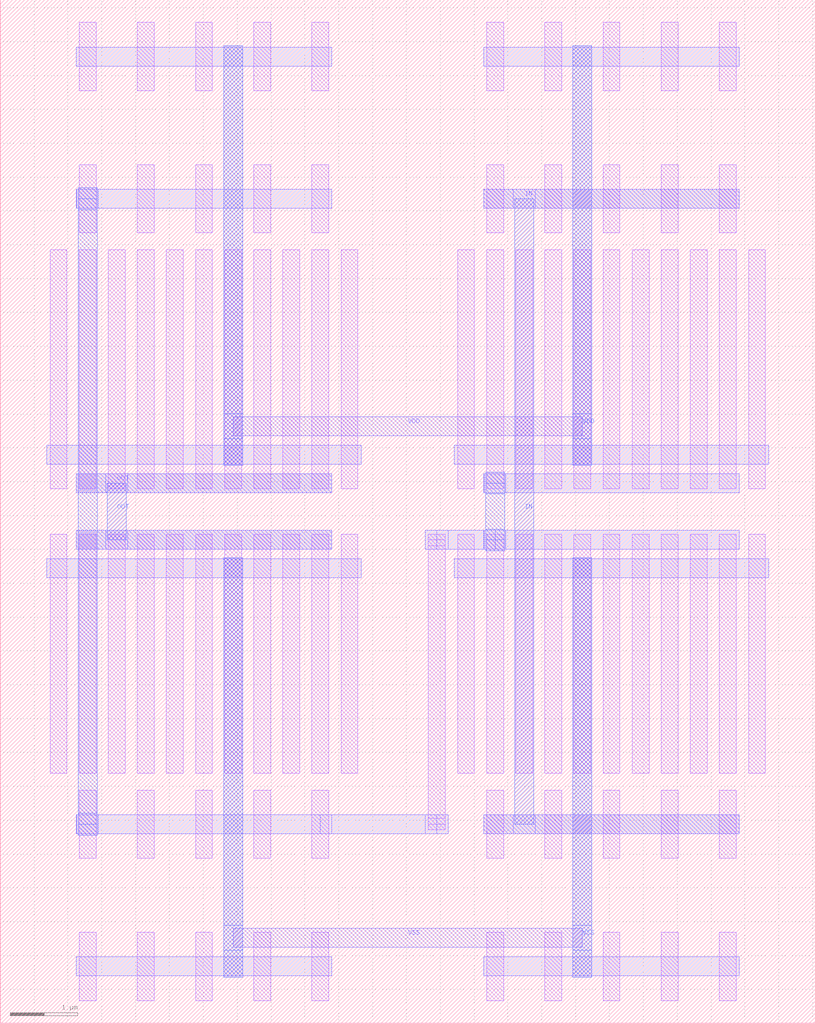
<source format=lef>
MACRO BUFFER
  ORIGIN 0 0 ;
  FOREIGN BUFFER 0 0 ;
  SIZE 12.04 BY 15.12 ;
  PIN VSS
    DIRECTION INOUT ;
    USE SIGNAL ;
    PORT 
      LAYER M3 ;
        RECT 3.3 0.68 3.58 6.88 ;
      LAYER M3 ;
        RECT 8.46 0.68 8.74 6.88 ;
      LAYER M3 ;
        RECT 3.3 1.075 3.58 1.445 ;
      LAYER M2 ;
        RECT 3.44 1.12 8.6 1.4 ;
      LAYER M3 ;
        RECT 8.46 1.075 8.74 1.445 ;
    END
  END VSS
  PIN VDD
    DIRECTION INOUT ;
    USE SIGNAL ;
    PORT 
      LAYER M3 ;
        RECT 3.3 8.24 3.58 14.44 ;
      LAYER M3 ;
        RECT 8.46 8.24 8.74 14.44 ;
      LAYER M3 ;
        RECT 3.3 8.635 3.58 9.005 ;
      LAYER M2 ;
        RECT 3.44 8.68 8.6 8.96 ;
      LAYER M3 ;
        RECT 8.46 8.635 8.74 9.005 ;
    END
  END VDD
  PIN IN
    DIRECTION INOUT ;
    USE SIGNAL ;
    PORT 
      LAYER M2 ;
        RECT 7.14 2.8 10.92 3.08 ;
      LAYER M2 ;
        RECT 7.14 12.04 10.92 12.32 ;
      LAYER M2 ;
        RECT 7.58 2.8 7.9 3.08 ;
      LAYER M3 ;
        RECT 7.6 2.94 7.88 12.18 ;
      LAYER M2 ;
        RECT 7.58 12.04 7.9 12.32 ;
    END
  END IN
  PIN OUT
    DIRECTION INOUT ;
    USE SIGNAL ;
    PORT 
      LAYER M2 ;
        RECT 1.12 7 4.9 7.28 ;
      LAYER M2 ;
        RECT 1.12 7.84 4.9 8.12 ;
      LAYER M2 ;
        RECT 1.56 7 1.88 7.28 ;
      LAYER M3 ;
        RECT 1.58 7.14 1.86 7.98 ;
      LAYER M2 ;
        RECT 1.56 7.84 1.88 8.12 ;
    END
  END OUT
  OBS 
  LAYER M2 ;
        RECT 1.12 2.8 4.9 3.08 ;
  LAYER M2 ;
        RECT 1.12 12.04 4.9 12.32 ;
  LAYER M2 ;
        RECT 7.14 7 10.92 7.28 ;
  LAYER M2 ;
        RECT 7.14 7.84 10.92 8.12 ;
  LAYER M2 ;
        RECT 1.13 2.8 1.45 3.08 ;
  LAYER M3 ;
        RECT 1.15 2.94 1.43 12.18 ;
  LAYER M2 ;
        RECT 1.13 12.04 1.45 12.32 ;
  LAYER M2 ;
        RECT 4.73 2.8 6.45 3.08 ;
  LAYER M1 ;
        RECT 6.325 2.94 6.575 7.14 ;
  LAYER M2 ;
        RECT 6.45 7 7.31 7.28 ;
  LAYER M2 ;
        RECT 7.15 7 7.47 7.28 ;
  LAYER M3 ;
        RECT 7.17 7.14 7.45 7.98 ;
  LAYER M2 ;
        RECT 7.15 7.84 7.47 8.12 ;
  LAYER M2 ;
        RECT 1.13 2.8 1.45 3.08 ;
  LAYER M3 ;
        RECT 1.15 2.78 1.43 3.1 ;
  LAYER M2 ;
        RECT 1.13 12.04 1.45 12.32 ;
  LAYER M3 ;
        RECT 1.15 12.02 1.43 12.34 ;
  LAYER M2 ;
        RECT 1.13 2.8 1.45 3.08 ;
  LAYER M3 ;
        RECT 1.15 2.78 1.43 3.1 ;
  LAYER M2 ;
        RECT 1.13 12.04 1.45 12.32 ;
  LAYER M3 ;
        RECT 1.15 12.02 1.43 12.34 ;
  LAYER M1 ;
        RECT 6.325 2.855 6.575 3.025 ;
  LAYER M2 ;
        RECT 6.28 2.8 6.62 3.08 ;
  LAYER M1 ;
        RECT 6.325 7.055 6.575 7.225 ;
  LAYER M2 ;
        RECT 6.28 7 6.62 7.28 ;
  LAYER M2 ;
        RECT 1.13 2.8 1.45 3.08 ;
  LAYER M3 ;
        RECT 1.15 2.78 1.43 3.1 ;
  LAYER M2 ;
        RECT 1.13 12.04 1.45 12.32 ;
  LAYER M3 ;
        RECT 1.15 12.02 1.43 12.34 ;
  LAYER M1 ;
        RECT 6.325 2.855 6.575 3.025 ;
  LAYER M2 ;
        RECT 6.28 2.8 6.62 3.08 ;
  LAYER M1 ;
        RECT 6.325 7.055 6.575 7.225 ;
  LAYER M2 ;
        RECT 6.28 7 6.62 7.28 ;
  LAYER M2 ;
        RECT 1.13 2.8 1.45 3.08 ;
  LAYER M3 ;
        RECT 1.15 2.78 1.43 3.1 ;
  LAYER M2 ;
        RECT 1.13 12.04 1.45 12.32 ;
  LAYER M3 ;
        RECT 1.15 12.02 1.43 12.34 ;
  LAYER M1 ;
        RECT 6.325 2.855 6.575 3.025 ;
  LAYER M2 ;
        RECT 6.28 2.8 6.62 3.08 ;
  LAYER M1 ;
        RECT 6.325 7.055 6.575 7.225 ;
  LAYER M2 ;
        RECT 6.28 7 6.62 7.28 ;
  LAYER M2 ;
        RECT 1.13 2.8 1.45 3.08 ;
  LAYER M3 ;
        RECT 1.15 2.78 1.43 3.1 ;
  LAYER M2 ;
        RECT 1.13 12.04 1.45 12.32 ;
  LAYER M3 ;
        RECT 1.15 12.02 1.43 12.34 ;
  LAYER M2 ;
        RECT 7.15 7 7.47 7.28 ;
  LAYER M3 ;
        RECT 7.17 6.98 7.45 7.3 ;
  LAYER M2 ;
        RECT 7.15 7.84 7.47 8.12 ;
  LAYER M3 ;
        RECT 7.17 7.82 7.45 8.14 ;
  LAYER M1 ;
        RECT 6.325 2.855 6.575 3.025 ;
  LAYER M2 ;
        RECT 6.28 2.8 6.62 3.08 ;
  LAYER M1 ;
        RECT 6.325 7.055 6.575 7.225 ;
  LAYER M2 ;
        RECT 6.28 7 6.62 7.28 ;
  LAYER M2 ;
        RECT 1.13 2.8 1.45 3.08 ;
  LAYER M3 ;
        RECT 1.15 2.78 1.43 3.1 ;
  LAYER M2 ;
        RECT 1.13 12.04 1.45 12.32 ;
  LAYER M3 ;
        RECT 1.15 12.02 1.43 12.34 ;
  LAYER M2 ;
        RECT 7.15 7 7.47 7.28 ;
  LAYER M3 ;
        RECT 7.17 6.98 7.45 7.3 ;
  LAYER M2 ;
        RECT 7.15 7.84 7.47 8.12 ;
  LAYER M3 ;
        RECT 7.17 7.82 7.45 8.14 ;
  LAYER M1 ;
        RECT 10.625 3.695 10.875 7.225 ;
  LAYER M1 ;
        RECT 10.625 2.435 10.875 3.445 ;
  LAYER M1 ;
        RECT 10.625 0.335 10.875 1.345 ;
  LAYER M1 ;
        RECT 11.055 3.695 11.305 7.225 ;
  LAYER M1 ;
        RECT 10.195 3.695 10.445 7.225 ;
  LAYER M1 ;
        RECT 9.765 3.695 10.015 7.225 ;
  LAYER M1 ;
        RECT 9.765 2.435 10.015 3.445 ;
  LAYER M1 ;
        RECT 9.765 0.335 10.015 1.345 ;
  LAYER M1 ;
        RECT 9.335 3.695 9.585 7.225 ;
  LAYER M1 ;
        RECT 8.905 3.695 9.155 7.225 ;
  LAYER M1 ;
        RECT 8.905 2.435 9.155 3.445 ;
  LAYER M1 ;
        RECT 8.905 0.335 9.155 1.345 ;
  LAYER M1 ;
        RECT 8.475 3.695 8.725 7.225 ;
  LAYER M1 ;
        RECT 8.045 3.695 8.295 7.225 ;
  LAYER M1 ;
        RECT 8.045 2.435 8.295 3.445 ;
  LAYER M1 ;
        RECT 8.045 0.335 8.295 1.345 ;
  LAYER M1 ;
        RECT 7.615 3.695 7.865 7.225 ;
  LAYER M1 ;
        RECT 7.185 3.695 7.435 7.225 ;
  LAYER M1 ;
        RECT 7.185 2.435 7.435 3.445 ;
  LAYER M1 ;
        RECT 7.185 0.335 7.435 1.345 ;
  LAYER M1 ;
        RECT 6.755 3.695 7.005 7.225 ;
  LAYER M2 ;
        RECT 7.14 0.7 10.92 0.98 ;
  LAYER M2 ;
        RECT 6.71 6.58 11.35 6.86 ;
  LAYER M2 ;
        RECT 7.14 7 10.92 7.28 ;
  LAYER M2 ;
        RECT 7.14 2.8 10.92 3.08 ;
  LAYER M3 ;
        RECT 8.46 0.68 8.74 6.88 ;
  LAYER M1 ;
        RECT 1.165 3.695 1.415 7.225 ;
  LAYER M1 ;
        RECT 1.165 2.435 1.415 3.445 ;
  LAYER M1 ;
        RECT 1.165 0.335 1.415 1.345 ;
  LAYER M1 ;
        RECT 0.735 3.695 0.985 7.225 ;
  LAYER M1 ;
        RECT 1.595 3.695 1.845 7.225 ;
  LAYER M1 ;
        RECT 2.025 3.695 2.275 7.225 ;
  LAYER M1 ;
        RECT 2.025 2.435 2.275 3.445 ;
  LAYER M1 ;
        RECT 2.025 0.335 2.275 1.345 ;
  LAYER M1 ;
        RECT 2.455 3.695 2.705 7.225 ;
  LAYER M1 ;
        RECT 2.885 3.695 3.135 7.225 ;
  LAYER M1 ;
        RECT 2.885 2.435 3.135 3.445 ;
  LAYER M1 ;
        RECT 2.885 0.335 3.135 1.345 ;
  LAYER M1 ;
        RECT 3.315 3.695 3.565 7.225 ;
  LAYER M1 ;
        RECT 3.745 3.695 3.995 7.225 ;
  LAYER M1 ;
        RECT 3.745 2.435 3.995 3.445 ;
  LAYER M1 ;
        RECT 3.745 0.335 3.995 1.345 ;
  LAYER M1 ;
        RECT 4.175 3.695 4.425 7.225 ;
  LAYER M1 ;
        RECT 4.605 3.695 4.855 7.225 ;
  LAYER M1 ;
        RECT 4.605 2.435 4.855 3.445 ;
  LAYER M1 ;
        RECT 4.605 0.335 4.855 1.345 ;
  LAYER M1 ;
        RECT 5.035 3.695 5.285 7.225 ;
  LAYER M2 ;
        RECT 1.12 0.7 4.9 0.98 ;
  LAYER M2 ;
        RECT 0.69 6.58 5.33 6.86 ;
  LAYER M2 ;
        RECT 1.12 7 4.9 7.28 ;
  LAYER M2 ;
        RECT 1.12 2.8 4.9 3.08 ;
  LAYER M3 ;
        RECT 3.3 0.68 3.58 6.88 ;
  LAYER M1 ;
        RECT 10.625 7.895 10.875 11.425 ;
  LAYER M1 ;
        RECT 10.625 11.675 10.875 12.685 ;
  LAYER M1 ;
        RECT 10.625 13.775 10.875 14.785 ;
  LAYER M1 ;
        RECT 11.055 7.895 11.305 11.425 ;
  LAYER M1 ;
        RECT 10.195 7.895 10.445 11.425 ;
  LAYER M1 ;
        RECT 9.765 7.895 10.015 11.425 ;
  LAYER M1 ;
        RECT 9.765 11.675 10.015 12.685 ;
  LAYER M1 ;
        RECT 9.765 13.775 10.015 14.785 ;
  LAYER M1 ;
        RECT 9.335 7.895 9.585 11.425 ;
  LAYER M1 ;
        RECT 8.905 7.895 9.155 11.425 ;
  LAYER M1 ;
        RECT 8.905 11.675 9.155 12.685 ;
  LAYER M1 ;
        RECT 8.905 13.775 9.155 14.785 ;
  LAYER M1 ;
        RECT 8.475 7.895 8.725 11.425 ;
  LAYER M1 ;
        RECT 8.045 7.895 8.295 11.425 ;
  LAYER M1 ;
        RECT 8.045 11.675 8.295 12.685 ;
  LAYER M1 ;
        RECT 8.045 13.775 8.295 14.785 ;
  LAYER M1 ;
        RECT 7.615 7.895 7.865 11.425 ;
  LAYER M1 ;
        RECT 7.185 7.895 7.435 11.425 ;
  LAYER M1 ;
        RECT 7.185 11.675 7.435 12.685 ;
  LAYER M1 ;
        RECT 7.185 13.775 7.435 14.785 ;
  LAYER M1 ;
        RECT 6.755 7.895 7.005 11.425 ;
  LAYER M2 ;
        RECT 7.14 14.14 10.92 14.42 ;
  LAYER M2 ;
        RECT 6.71 8.26 11.35 8.54 ;
  LAYER M2 ;
        RECT 7.14 7.84 10.92 8.12 ;
  LAYER M2 ;
        RECT 7.14 12.04 10.92 12.32 ;
  LAYER M3 ;
        RECT 8.46 8.24 8.74 14.44 ;
  LAYER M1 ;
        RECT 1.165 7.895 1.415 11.425 ;
  LAYER M1 ;
        RECT 1.165 11.675 1.415 12.685 ;
  LAYER M1 ;
        RECT 1.165 13.775 1.415 14.785 ;
  LAYER M1 ;
        RECT 0.735 7.895 0.985 11.425 ;
  LAYER M1 ;
        RECT 1.595 7.895 1.845 11.425 ;
  LAYER M1 ;
        RECT 2.025 7.895 2.275 11.425 ;
  LAYER M1 ;
        RECT 2.025 11.675 2.275 12.685 ;
  LAYER M1 ;
        RECT 2.025 13.775 2.275 14.785 ;
  LAYER M1 ;
        RECT 2.455 7.895 2.705 11.425 ;
  LAYER M1 ;
        RECT 2.885 7.895 3.135 11.425 ;
  LAYER M1 ;
        RECT 2.885 11.675 3.135 12.685 ;
  LAYER M1 ;
        RECT 2.885 13.775 3.135 14.785 ;
  LAYER M1 ;
        RECT 3.315 7.895 3.565 11.425 ;
  LAYER M1 ;
        RECT 3.745 7.895 3.995 11.425 ;
  LAYER M1 ;
        RECT 3.745 11.675 3.995 12.685 ;
  LAYER M1 ;
        RECT 3.745 13.775 3.995 14.785 ;
  LAYER M1 ;
        RECT 4.175 7.895 4.425 11.425 ;
  LAYER M1 ;
        RECT 4.605 7.895 4.855 11.425 ;
  LAYER M1 ;
        RECT 4.605 11.675 4.855 12.685 ;
  LAYER M1 ;
        RECT 4.605 13.775 4.855 14.785 ;
  LAYER M1 ;
        RECT 5.035 7.895 5.285 11.425 ;
  LAYER M2 ;
        RECT 1.12 14.14 4.9 14.42 ;
  LAYER M2 ;
        RECT 0.69 8.26 5.33 8.54 ;
  LAYER M2 ;
        RECT 1.12 7.84 4.9 8.12 ;
  LAYER M2 ;
        RECT 1.12 12.04 4.9 12.32 ;
  LAYER M3 ;
        RECT 3.3 8.24 3.58 14.44 ;
  END 
END BUFFER

</source>
